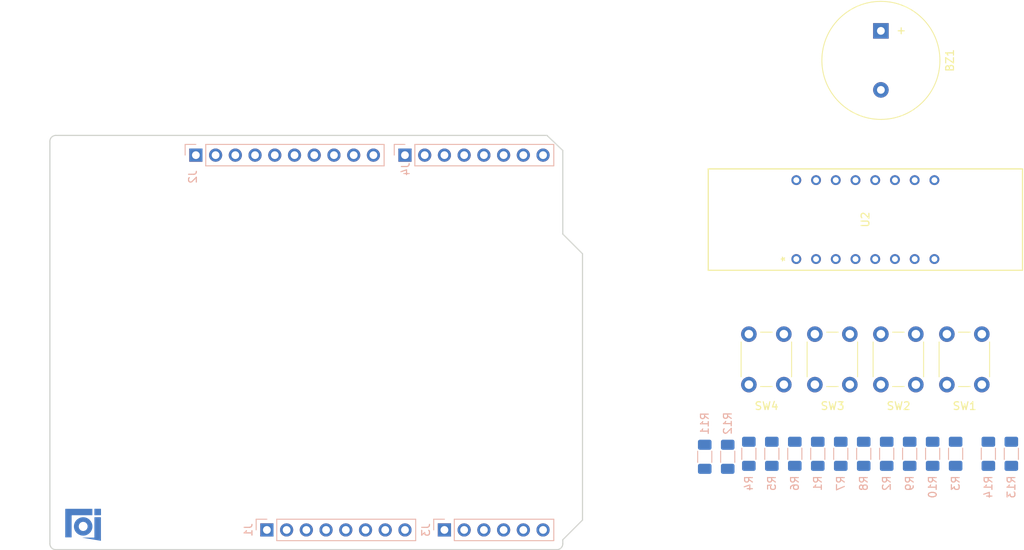
<source format=kicad_pcb>
(kicad_pcb (version 20241229) (generator "pcbnew") (generator_version "9.0")
  (title_block (date "mar. 31 mars 2015"))
  (layers (0 "F.Cu" signal) (2 "B.Cu" signal) (13 "F.Paste" user) (15 "B.Paste" user) (5 "F.SilkS" user "F.Silkscreen") (7 "B.SilkS" user "B.Silkscreen") (1 "F.Mask" user) (3 "B.Mask" user) (25 "Edge.Cuts" user))
  (net 0 "")
  (net 1 "GND")
  (net 3 "+5V")
  (net 4 "/IOREF")
  (net 5 "/A0")
  (net 6 "/A1")
  (net 7 "/A2")
  (net 8 "/A3")
  (net 9 "/SDA{slash}A4")
  (net 10 "/SCL{slash}A5")
  (net 11 "/13")
  (net 12 "/12")
  (net 13 "/AREF")
  (net 14 "/8")
  (net 15 "/7")
  (net 16 "/*11")
  (net 17 "/*10")
  (net 18 "/*9")
  (net 19 "/4")
  (net 20 "/2")
  (net 21 "/*6")
  (net 22 "/*5")
  (net 23 "/TX{slash}1")
  (net 24 "/*3")
  (net 25 "/RX{slash}0")
  (net 27 "/Vin")
  (net 28 "/~{RESET}")
  (net 29 "/8R")
  (net 30 "/*3R")
  (net 31 "/*9R")
  (net 32 "/*11R")
  (net 33 "/*6R")
  (net 34 "/7R")
  (net 35 "/*5R")
  (net 36 "/12R")
  (net 37 "/*10R")
  (net 38 "/4R")
  (net 39 "Net-(R11-Pad1)")
  (net 40 "Net-(R12-Pad1)")
  (net 41 "Net-(R13-Pad1)")
  (net 42 "Net-(R14-Pad1)")
  (net 43 "/SCL{slash}A5{slash}2")
  (net 44 "/SDA{slash}A4{slash}2")
  (net 45 "/GND{slash}2")
  (footprint "Button_Switch_THT:SW_PUSH_6mm" (layer "F.Cu") (at 211.499167 72.25 -90)
    (property "Reference" "SW2" (at 9.25 2.221667 0) (layer "F.SilkS"))
    (property "Value" "SW_Push")
    (fp_line (start 1 5.5) (end 5.5 5.5) (stroke (width 0.12)) (layer "F.SilkS"))
    (fp_line (start 6.75 3) (end 6.75 1.5) (stroke (width 0.12)) (layer "F.SilkS"))
    (fp_line (start -0.25 1.5) (end -0.25 3) (stroke (width 0.12)) (layer "F.SilkS"))
    (fp_line (start 5.5 -1) (end 1 -1) (stroke (width 0.12)) (layer "F.SilkS"))
    (pad "1" thru_hole circle (at 0 0) (size 2 2) (drill 1.1) (layers "*.Cu" "*.Mask") (net 1 "GND"))
    (pad "1" thru_hole circle (at 6.5 0) (size 2 2) (drill 1.1) (layers "*.Cu" "*.Mask") (net 1 "GND"))
    (pad "2" thru_hole circle (at 0 4.5) (size 2 2) (drill 1.1) (layers "*.Cu" "*.Mask") (net 40 "Net-(R12-Pad1)"))
    (pad "2" thru_hole circle (at 6.5 4.5) (size 2 2) (drill 1.1) (layers "*.Cu" "*.Mask") (net 40 "Net-(R12-Pad1)"))
  )
  (footprint "Buzzer_Beeper:Buzzer_15x7.5RM7.6" (layer "F.Cu") (at 207 33.2 -90)
    (property "Reference" "BZ1" (at 3.81 -8.89 90) (layer "F.SilkS"))
    (property "Value" "Buzzer")
    (fp_circle (center 3.8 0) (end 11.4 0) (stroke (width 0.12)) (fill no) (layer "F.SilkS"))
    (fp_text user "+" (at -0.01 -2.54 90) (layer "F.SilkS"))
    (pad "1" thru_hole rect (at 0 0 270) (size 2 2) (drill 1) (layers "*.Cu" "*.Mask") (net 11 "/13"))
    (pad "2" thru_hole circle (at 7.6 0 270) (size 2 2) (drill 1) (layers "*.Cu" "*.Mask") (net 1 "GND"))
  )
  (footprint "Button_Switch_THT:SW_PUSH_6mm" (layer "F.Cu") (at 198.500833 78.75 90)
    (property "Reference" "SW3" (at -2.75 2.276667 0) (layer "F.SilkS"))
    (property "Value" "SW_Push")
    (fp_line (start 5.5 -1) (end 1 -1) (stroke (width 0.12)) (layer "F.SilkS"))
    (fp_line (start -0.25 1.5) (end -0.25 3) (stroke (width 0.12)) (layer "F.SilkS"))
    (fp_line (start 6.75 3) (end 6.75 1.5) (stroke (width 0.12)) (layer "F.SilkS"))
    (fp_line (start 1 5.5) (end 5.5 5.5) (stroke (width 0.12)) (layer "F.SilkS"))
    (pad "1" thru_hole circle (at 0 0 180) (size 2 2) (drill 1.1) (layers "*.Cu" "*.Mask") (net 1 "GND"))
    (pad "1" thru_hole circle (at 6.5 0 180) (size 2 2) (drill 1.1) (layers "*.Cu" "*.Mask") (net 1 "GND"))
    (pad "2" thru_hole circle (at 0 4.5 180) (size 2 2) (drill 1.1) (layers "*.Cu" "*.Mask") (net 41 "Net-(R13-Pad1)"))
    (pad "2" thru_hole circle (at 6.5 4.5 180) (size 2 2) (drill 1.1) (layers "*.Cu" "*.Mask") (net 41 "Net-(R13-Pad1)"))
  )
  (footprint "Arduino_MountingHole:MountingHole_3.2mm" (layer "F.Cu") (at 115.24 49.2)
    (property "Reference" "MH1" (hide yes))
    (property "Value" "MountingHole_3.2mm" (hide yes))
    (pad "" np_thru_hole circle (at 0 0) (size 3.2 3.2) (drill 3.2) (layers "*.Cu" "*.Mask"))
  )
  (footprint "Button_Switch_THT:SW_PUSH_6mm" (layer "F.Cu") (at 215.4975 78.75 90)
    (property "Reference" "SW1" (at -2.75 2.28 180) (layer "F.SilkS"))
    (property "Value" "SW_Push")
    (fp_line (start 5.5 -1) (end 1 -1) (stroke (width 0.12)) (layer "F.SilkS"))
    (fp_line (start -0.25 1.5) (end -0.25 3) (stroke (width 0.12)) (layer "F.SilkS"))
    (fp_line (start 6.75 3) (end 6.75 1.5) (stroke (width 0.12)) (layer "F.SilkS"))
    (fp_line (start 1 5.5) (end 5.5 5.5) (stroke (width 0.12)) (layer "F.SilkS"))
    (pad "1" thru_hole circle (at 0 0 180) (size 2 2) (drill 1.1) (layers "*.Cu" "*.Mask") (net 1 "GND"))
    (pad "1" thru_hole circle (at 6.5 0 180) (size 2 2) (drill 1.1) (layers "*.Cu" "*.Mask") (net 1 "GND"))
    (pad "2" thru_hole circle (at 0 4.5 180) (size 2 2) (drill 1.1) (layers "*.Cu" "*.Mask") (net 39 "Net-(R11-Pad1)"))
    (pad "2" thru_hole circle (at 6.5 4.5 180) (size 2 2) (drill 1.1) (layers "*.Cu" "*.Mask") (net 39 "Net-(R11-Pad1)"))
  )
  (footprint "footprints:TDCG1060M_VIS" (layer "F.Cu") (at 196.11 62.58 90)
    (property "Reference" "U2" (at 5.08 8.89 90) (layer "F.SilkS"))
    (property "Value" "TDCR1050M")
    (fp_line (start 11.6078 -11.3411) (end -1.4478 -11.3411) (stroke (width 0.1524)) (layer "F.SilkS"))
    (fp_line (start -1.4478 -11.3411) (end -1.4478 29.1211) (stroke (width 0.1524)) (layer "F.SilkS"))
    (fp_line (start 11.6078 29.1211) (end 11.6078 -11.3411) (stroke (width 0.1524)) (layer "F.SilkS"))
    (fp_line (start -1.4478 29.1211) (end 11.6078 29.1211) (stroke (width 0.1524)) (layer "F.SilkS"))
    (fp_text user "*" (at 0 -1.397 90) (layer "F.SilkS"))
    (pad "1" thru_hole circle (at 0 0 90) (size 1.27 1.27) (drill 0.762) (layers "*.Cu" "*.Mask") (net 6 "/A1"))
    (pad "2" thru_hole circle (at 0 2.54 90) (size 1.27 1.27) (drill 0.762) (layers "*.Cu" "*.Mask") (net 7 "/A2"))
    (pad "3" thru_hole circle (at 0 5.08 90) (size 1.27 1.27) (drill 0.762) (layers "*.Cu" "*.Mask") (net 31 "/*9R"))
    (pad "4" thru_hole circle (at 0 7.62 90) (size 1.27 1.27) (drill 0.762) (layers "*.Cu" "*.Mask") (net 3 "+5V"))
    (pad "5" thru_hole circle (at 0 10.16 90) (size 1.27 1.27) (drill 0.762) (layers "*.Cu" "*.Mask") (net 33 "/*6R"))
    (pad "6" thru_hole circle (at 0 12.7 90) (size 1.27 1.27) (drill 0.762) (layers "*.Cu" "*.Mask") (net 8 "/A3"))
    (pad "7" thru_hole circle (at 0 15.24 90) (size 1.27 1.27) (drill 0.762) (layers "*.Cu" "*.Mask") (net 30 "/*3R"))
    (pad "8" thru_hole circle (at 0 17.78 90) (size 1.27 1.27) (drill 0.762) (layers "*.Cu" "*.Mask") (net 20 "/2"))
    (pad "9" thru_hole circle (at 10.16 17.78 90) (size 1.27 1.27) (drill 0.762) (layers "*.Cu" "*.Mask") (net 38 "/4R"))
    (pad "10" thru_hole circle (at 10.16 15.24 90) (size 1.27 1.27) (drill 0.762) (layers "*.Cu" "*.Mask") (net 3 "+5V"))
    (pad "11" thru_hole circle (at 10.16 12.7 90) (size 1.27 1.27) (drill 0.762) (layers "*.Cu" "*.Mask") (net 35 "/*5R"))
    (pad "12" thru_hole circle (at 10.16 10.16 90) (size 1.27 1.27) (drill 0.762) (layers "*.Cu" "*.Mask") (net 34 "/7R"))
    (pad "13" thru_hole circle (at 10.16 7.62 90) (size 1.27 1.27) (drill 0.762) (layers "*.Cu" "*.Mask") (net 29 "/8R"))
    (pad "14" thru_hole circle (at 10.16 5.08 90) (size 1.27 1.27) (drill 0.762) (layers "*.Cu" "*.Mask") (net 37 "/*10R"))
    (pad "15" thru_hole circle (at 10.16 2.54 90) (size 1.27 1.27) (drill 0.762) (layers "*.Cu" "*.Mask") (net 32 "/*11R"))
    (pad "16" thru_hole circle (at 10.16 0 90) (size 1.27 1.27) (drill 0.762) (layers "*.Cu" "*.Mask") (net 36 "/12R"))
  )
  (footprint "Arduino_MountingHole:MountingHole_3.2mm" (layer "F.Cu") (at 113.97 97.46)
    (property "Reference" "MH2" (hide yes))
    (property "Value" "MountingHole_3.2mm" (hide yes))
    (pad "" np_thru_hole circle (at 0 0) (size 3.2 3.2) (drill 3.2) (layers "*.Cu" "*.Mask"))
  )
  (footprint "Arduino_MountingHole:MountingHole_3.2mm" (layer "F.Cu") (at 166.04 64.44)
    (property "Reference" "MH3" (hide yes))
    (property "Value" "MountingHole_3.2mm" (hide yes))
    (pad "" np_thru_hole circle (at 0 0) (size 3.2 3.2) (drill 3.2) (layers "*.Cu" "*.Mask"))
  )
  (footprint "Arduino_MountingHole:MountingHole_3.2mm" (layer "F.Cu") (at 166.04 92.38)
    (property "Reference" "MH4" (hide yes))
    (property "Value" "MountingHole_3.2mm" (hide yes))
    (pad "" np_thru_hole circle (at 0 0) (size 3.2 3.2) (drill 3.2) (layers "*.Cu" "*.Mask"))
  )
  (footprint "Button_Switch_THT:SW_PUSH_6mm" (layer "F.Cu") (at 194.5025 72.25 -90)
    (property "Reference" "SW4" (at 9.25 2.225 0) (layer "F.SilkS"))
    (property "Value" "SW_Push")
    (fp_line (start 1 5.5) (end 5.5 5.5) (stroke (width 0.12)) (layer "F.SilkS"))
    (fp_line (start 6.75 3) (end 6.75 1.5) (stroke (width 0.12)) (layer "F.SilkS"))
    (fp_line (start -0.25 1.5) (end -0.25 3) (stroke (width 0.12)) (layer "F.SilkS"))
    (fp_line (start 5.5 -1) (end 1 -1) (stroke (width 0.12)) (layer "F.SilkS"))
    (pad "1" thru_hole circle (at 0 0) (size 2 2) (drill 1.1) (layers "*.Cu" "*.Mask") (net 1 "GND"))
    (pad "1" thru_hole circle (at 6.5 0) (size 2 2) (drill 1.1) (layers "*.Cu" "*.Mask") (net 1 "GND"))
    (pad "2" thru_hole circle (at 0 4.5) (size 2 2) (drill 1.1) (layers "*.Cu" "*.Mask") (net 42 "Net-(R14-Pad1)"))
    (pad "2" thru_hole circle (at 6.5 4.5) (size 2 2) (drill 1.1) (layers "*.Cu" "*.Mask") (net 42 "Net-(R14-Pad1)"))
  )
  (footprint "Connector_PinHeader_2.54mm:PinHeader_1x08_P2.54mm_Vertical" (layer "B.Cu") (at 127.94 97.46 -90)
    (property "Reference" "J1" (at 0 2.38 90) (layer "B.SilkS") (effects (justify mirror)))
    (property "Value" "Power")
    (fp_line (start -1.38 1.38) (end 0 1.38) (stroke (width 0.12)) (layer "B.SilkS"))
    (fp_line (start -1.38 0) (end -1.38 1.38) (stroke (width 0.12)) (layer "B.SilkS"))
    (fp_line (start -1.38 -1.27) (end 1.38 -1.27) (stroke (width 0.12)) (layer "B.SilkS"))
    (fp_line (start -1.38 -1.27) (end -1.38 -19.16) (stroke (width 0.12)) (layer "B.SilkS"))
    (fp_line (start 1.38 -1.27) (end 1.38 -19.16) (stroke (width 0.12)) (layer "B.SilkS"))
    (fp_line (start -1.38 -19.16) (end 1.38 -19.16) (stroke (width 0.12)) (layer "B.SilkS"))
    (pad "1" thru_hole rect (at 0 0 270) (size 1.7 1.7) (drill 1) (layers "*.Cu" "*.Mask"))
    (pad "2" thru_hole circle (at 0 -2.54 270) (size 1.7 1.7) (drill 1) (layers "*.Cu" "*.Mask") (net 4 "/IOREF"))
    (pad "3" thru_hole circle (at 0 -5.08 270) (size 1.7 1.7) (drill 1) (layers "*.Cu" "*.Mask") (net 28 "/~{RESET}"))
    (pad "4" thru_hole circle (at 0 -7.62 270) (size 1.7 1.7) (drill 1) (layers "*.Cu" "*.Mask"))
    (pad "5" thru_hole circle (at 0 -10.16 270) (size 1.7 1.7) (drill 1) (layers "*.Cu" "*.Mask") (net 3 "+5V"))
    (pad "6" thru_hole circle (at 0 -12.7 270) (size 1.7 1.7) (drill 1) (layers "*.Cu" "*.Mask") (net 1 "GND"))
    (pad "7" thru_hole circle (at 0 -15.24 270) (size 1.7 1.7) (drill 1) (layers "*.Cu" "*.Mask") (net 1 "GND"))
    (pad "8" thru_hole circle (at 0 -17.78 270) (size 1.7 1.7) (drill 1) (layers "*.Cu" "*.Mask") (net 27 "/Vin"))
  )
  (footprint "Connector_PinHeader_2.54mm:PinHeader_1x06_P2.54mm_Vertical" (layer "B.Cu") (at 150.8 97.46 -90)
    (property "Reference" "J3" (at 0 2.38 90) (layer "B.SilkS") (effects (justify mirror)))
    (property "Value" "Analog")
    (fp_line (start -1.38 1.38) (end 0 1.38) (stroke (width 0.12)) (layer "B.SilkS"))
    (fp_line (start -1.38 0) (end -1.38 1.38) (stroke (width 0.12)) (layer "B.SilkS"))
    (fp_line (start -1.38 -1.27) (end 1.38 -1.27) (stroke (width 0.12)) (layer "B.SilkS"))
    (fp_line (start -1.38 -1.27) (end -1.38 -14.08) (stroke (width 0.12)) (layer "B.SilkS"))
    (fp_line (start 1.38 -1.27) (end 1.38 -14.08) (stroke (width 0.12)) (layer "B.SilkS"))
    (fp_line (start -1.38 -14.08) (end 1.38 -14.08) (stroke (width 0.12)) (layer "B.SilkS"))
    (pad "1" thru_hole rect (at 0 0 270) (size 1.7 1.7) (drill 1) (layers "*.Cu" "*.Mask") (net 5 "/A0"))
    (pad "2" thru_hole circle (at 0 -2.54 270) (size 1.7 1.7) (drill 1) (layers "*.Cu" "*.Mask") (net 6 "/A1"))
    (pad "3" thru_hole circle (at 0 -5.08 270) (size 1.7 1.7) (drill 1) (layers "*.Cu" "*.Mask") (net 7 "/A2"))
    (pad "4" thru_hole circle (at 0 -7.62 270) (size 1.7 1.7) (drill 1) (layers "*.Cu" "*.Mask") (net 8 "/A3"))
    (pad "5" thru_hole circle (at 0 -10.16 270) (size 1.7 1.7) (drill 1) (layers "*.Cu" "*.Mask") (net 9 "/SDA{slash}A4"))
    (pad "6" thru_hole circle (at 0 -12.7 270) (size 1.7 1.7) (drill 1) (layers "*.Cu" "*.Mask") (net 10 "/SCL{slash}A5"))
  )
  (footprint "Connector_PinHeader_2.54mm:PinHeader_1x10_P2.54mm_Vertical" (layer "B.Cu") (at 118.796 49.2 -90)
    (property "Reference" "J2" (at 2.8 0.396 90) (layer "B.SilkS") (effects (justify mirror)))
    (property "Value" "Digital/PWM")
    (fp_line (start -1.38 1.38) (end 0 1.38) (stroke (width 0.12)) (layer "B.SilkS"))
    (fp_line (start -1.38 0) (end -1.38 1.38) (stroke (width 0.12)) (layer "B.SilkS"))
    (fp_line (start -1.38 -1.27) (end 1.38 -1.27) (stroke (width 0.12)) (layer "B.SilkS"))
    (fp_line (start -1.38 -1.27) (end -1.38 -24.24) (stroke (width 0.12)) (layer "B.SilkS"))
    (fp_line (start 1.38 -1.27) (end 1.38 -24.24) (stroke (width 0.12)) (layer "B.SilkS"))
    (fp_line (start -1.38 -24.24) (end 1.38 -24.24) (stroke (width 0.12)) (layer "B.SilkS"))
    (pad "1" thru_hole rect (at 0 0 270) (size 1.7 1.7) (drill 1) (layers "*.Cu" "*.Mask") (net 43 "/SCL{slash}A5{slash}2"))
    (pad "2" thru_hole circle (at 0 -2.54 270) (size 1.7 1.7) (drill 1) (layers "*.Cu" "*.Mask") (net 44 "/SDA{slash}A4{slash}2"))
    (pad "3" thru_hole circle (at 0 -5.08 270) (size 1.7 1.7) (drill 1) (layers "*.Cu" "*.Mask") (net 13 "/AREF"))
    (pad "4" thru_hole circle (at 0 -7.62 270) (size 1.7 1.7) (drill 1) (layers "*.Cu" "*.Mask") (net 45 "/GND{slash}2"))
    (pad "5" thru_hole circle (at 0 -10.16 270) (size 1.7 1.7) (drill 1) (layers "*.Cu" "*.Mask") (net 11 "/13"))
    (pad "6" thru_hole circle (at 0 -12.7 270) (size 1.7 1.7) (drill 1) (layers "*.Cu" "*.Mask") (net 12 "/12"))
    (pad "7" thru_hole circle (at 0 -15.24 270) (size 1.7 1.7) (drill 1) (layers "*.Cu" "*.Mask") (net 16 "/*11"))
    (pad "8" thru_hole circle (at 0 -17.78 270) (size 1.7 1.7) (drill 1) (layers "*.Cu" "*.Mask") (net 17 "/*10"))
    (pad "9" thru_hole circle (at 0 -20.32 270) (size 1.7 1.7) (drill 1) (layers "*.Cu" "*.Mask") (net 18 "/*9"))
    (pad "10" thru_hole circle (at 0 -22.86 270) (size 1.7 1.7) (drill 1) (layers "*.Cu" "*.Mask") (net 14 "/8"))
  )
  (footprint "Connector_PinHeader_2.54mm:PinHeader_1x08_P2.54mm_Vertical" (layer "B.Cu") (at 145.72 49.2 -90)
    (property "Reference" "J4" (at 1.8 -0.08 90) (layer "B.SilkS") (effects (justify mirror)))
    (property "Value" "Digital/PWM")
    (fp_line (start -1.38 1.38) (end 0 1.38) (stroke (width 0.12)) (layer "B.SilkS"))
    (fp_line (start -1.38 0) (end -1.38 1.38) (stroke (width 0.12)) (layer "B.SilkS"))
    (fp_line (start -1.38 -1.27) (end 1.38 -1.27) (stroke (width 0.12)) (layer "B.SilkS"))
    (fp_line (start -1.38 -1.27) (end -1.38 -19.16) (stroke (width 0.12)) (layer "B.SilkS"))
    (fp_line (start 1.38 -1.27) (end 1.38 -19.16) (stroke (width 0.12)) (layer "B.SilkS"))
    (fp_line (start -1.38 -19.16) (end 1.38 -19.16) (stroke (width 0.12)) (layer "B.SilkS"))
    (pad "1" thru_hole rect (at 0 0 270) (size 1.7 1.7) (drill 1) (layers "*.Cu" "*.Mask") (net 15 "/7"))
    (pad "2" thru_hole circle (at 0 -2.54 270) (size 1.7 1.7) (drill 1) (layers "*.Cu" "*.Mask") (net 21 "/*6"))
    (pad "3" thru_hole circle (at 0 -5.08 270) (size 1.7 1.7) (drill 1) (layers "*.Cu" "*.Mask") (net 22 "/*5"))
    (pad "4" thru_hole circle (at 0 -7.62 270) (size 1.7 1.7) (drill 1) (layers "*.Cu" "*.Mask") (net 19 "/4"))
    (pad "5" thru_hole circle (at 0 -10.16 270) (size 1.7 1.7) (drill 1) (layers "*.Cu" "*.Mask") (net 24 "/*3"))
    (pad "6" thru_hole circle (at 0 -12.7 270) (size 1.7 1.7) (drill 1) (layers "*.Cu" "*.Mask") (net 20 "/2"))
    (pad "7" thru_hole circle (at 0 -15.24 270) (size 1.7 1.7) (drill 1) (layers "*.Cu" "*.Mask") (net 23 "/TX{slash}1"))
    (pad "8" thru_hole circle (at 0 -17.78 270) (size 1.7 1.7) (drill 1) (layers "*.Cu" "*.Mask") (net 25 "/RX{slash}0"))
  )
  (footprint "Resistor_SMD:R_1206_3216Metric_Pad1.30x1.75mm_HandSolder" (layer "B.Cu") (at 216.621232 87.657219 -90)
    (property "Reference" "R3" (at 3.8 0 90) (layer "B.SilkS") (effects (justify mirror)))
    (property "Value" "470R")
    (fp_line (start -0.727064 0.91) (end 0.727064 0.91) (stroke (width 0.12)) (layer "B.SilkS"))
    (fp_line (start -0.727064 -0.91) (end 0.727064 -0.91) (stroke (width 0.12)) (layer "B.SilkS"))
    (pad "1" smd roundrect (at -1.55 0 270) (size 1.3 1.75) (layers "B.Cu" "B.Mask" "B.Paste") (roundrect_rratio 0.192308) (net 24 "/*3"))
    (pad "2" smd roundrect (at 1.55 0 270) (size 1.3 1.75) (layers "B.Cu" "B.Mask" "B.Paste") (roundrect_rratio 0.192308) (net 30 "/*3R"))
  )
  (footprint "Resistor_SMD:R_1206_3216Metric_Pad1.30x1.75mm_HandSolder" (layer "B.Cu") (at 192.954565 87.657219 -90)
    (property "Reference" "R5" (at 3.8 0 90) (layer "B.SilkS") (effects (justify mirror)))
    (property "Value" "470R")
    (fp_line (start -0.727064 0.91) (end 0.727064 0.91) (stroke (width 0.12)) (layer "B.SilkS"))
    (fp_line (start -0.727064 -0.91) (end 0.727064 -0.91) (stroke (width 0.12)) (layer "B.SilkS"))
    (pad "1" smd roundrect (at -1.55 0 270) (size 1.3 1.75) (layers "B.Cu" "B.Mask" "B.Paste") (roundrect_rratio 0.192308) (net 16 "/*11"))
    (pad "2" smd roundrect (at 1.55 0 270) (size 1.3 1.75) (layers "B.Cu" "B.Mask" "B.Paste") (roundrect_rratio 0.192308) (net 32 "/*11R"))
  )
  (footprint "Resistor_SMD:R_1206_3216Metric_Pad1.30x1.75mm_HandSolder" (layer "B.Cu") (at 223.796232 87.657219 90)
    (property "Reference" "R13" (at -4.27619 0 270) (layer "B.SilkS") (effects (justify mirror)))
    (property "Value" "470R")
    (fp_line (start -0.727064 -0.91) (end 0.727064 -0.91) (stroke (width 0.12)) (layer "B.SilkS"))
    (fp_line (start -0.727064 0.91) (end 0.727064 0.91) (stroke (width 0.12)) (layer "B.SilkS"))
    (pad "1" smd roundrect (at -1.55 0 90) (size 1.3 1.75) (layers "B.Cu" "B.Mask" "B.Paste") (roundrect_rratio 0.192308) (net 41 "Net-(R13-Pad1)"))
    (pad "2" smd roundrect (at 1.55 0 90) (size 1.3 1.75) (layers "B.Cu" "B.Mask" "B.Paste") (roundrect_rratio 0.192308) (net 25 "/RX{slash}0"))
  )
  (footprint "Resistor_SMD:R_1206_3216Metric_Pad1.30x1.75mm_HandSolder" (layer "B.Cu") (at 210.704565 87.657219 -90)
    (property "Reference" "R9" (at 3.8 0 90) (layer "B.SilkS") (effects (justify mirror)))
    (property "Value" "470R")
    (fp_line (start -0.727064 0.91) (end 0.727064 0.91) (stroke (width 0.12)) (layer "B.SilkS"))
    (fp_line (start -0.727064 -0.91) (end 0.727064 -0.91) (stroke (width 0.12)) (layer "B.SilkS"))
    (pad "1" smd roundrect (at -1.55 0 270) (size 1.3 1.75) (layers "B.Cu" "B.Mask" "B.Paste") (roundrect_rratio 0.192308) (net 22 "/*5"))
    (pad "2" smd roundrect (at 1.55 0 270) (size 1.3 1.75) (layers "B.Cu" "B.Mask" "B.Paste") (roundrect_rratio 0.192308) (net 35 "/*5R"))
  )
  (footprint "footprints:iot-logo" (layer "B.Cu") (at 104.3 96.8 180)
    (property "Reference" "G***" (hide yes))
    (property "Value" "LOGO" (hide yes))
    (fp_poly (pts (xy -1.793245 2.064995) (xy -1.74525 2.064988) (xy -1.701798 2.064973) (xy -1.662662 2.064947) (xy -1.627614 2.064908) (xy -1.596426 2.064853) (xy -1.56887 2.064781) (xy -1.544717 2.064688) (xy -1.52374 2.064572) (xy -1.50571 2.064431) (xy -1.490401 2.064262) (xy -1.477582 2.064063) (xy -1.467027 2.063831) (xy -1.458508 2.063564) (xy -1.451796 2.06326) (xy -1.446663 2.062915) (xy -1.442882 2.062528) (xy -1.440224 2.062096) (xy -1.438462 2.061616) (xy -1.437366 2.061087) (xy -1.436783 2.060589) (xy -1.433764 2.055459) (xy -1.430969 2.047872) (xy -1.430206 2.044964) (xy -1.429861 2.040978) (xy -1.429538 2.032343) (xy -1.429239 2.01939) (xy -1.428963 2.002451) (xy -1.428711 1.98186) (xy -1.428481 1.957949) (xy -1.428275 1.931049) (xy -1.428093 1.901494) (xy -1.427933 1.869615) (xy -1.427798 1.835745) (xy -1.427686 1.800216) (xy -1.427597 1.763361) (xy -1.427532 1.725511) (xy -1.427491 1.687) (xy -1.427474 1.64816) (xy -1.42748 1.609323) (xy -1.42751 1.570821) (xy -1.427564 1.532987) (xy -1.427642 1.496153) (xy -1.427744 1.460652) (xy -1.427869 1.426815) (xy -1.428019 1.394975) (xy -1.428193 1.365465) (xy -1.428391 1.338617) (xy -1.428613 1.314762) (xy -1.42886 1.294235) (xy -1.42913 1.277366) (xy -1.429425 1.264489) (xy -1.429744 1.255935) (xy -1.430088 1.252037) (xy -1.430101 1.251989) (xy -1.433584 1.244337) (xy -1.438637 1.23806) (xy -1.439174 1.237614) (xy -1.440067 1.236945) (xy -1.44112 1.236336) (xy -1.442564 1.235787) (xy -1.444631 1.235293) (xy -1.447555 1.234851) (xy -1.451566 1.23446) (xy -1.456898 1.234116) (xy -1.463782 1.233817) (xy -1.47245 1.233559) (xy -1.483136 1.23334) (xy -1.496071 1.233157) (xy -1.511487 1.233007) (xy -1.529617 1.232888) (xy -1.550693 1.232796) (xy -1.574947 1.232729) (xy -1.602611 1.232684) (xy -1.633917 1.232659) (xy -1.669098 1.232649) (xy -1.708386 1.232654) (xy -1.752014 1.232669) (xy -1.800212 1.232692) (xy -1.844713 1.232715) (xy -1.889081 1.232751) (xy -1.932143 1.232809) (xy -1.973628 1.232887) (xy -2.013265 1.232984) (xy -2.050783 1.233099) (xy -2.085913 1.23323) (xy -2.118384 1.233376) (xy -2.147925 1.233536) (xy -2.174266 1.233708) (xy -2.197136 1.23389) (xy -2.216265 1.234081) (xy -2.231383 1.23428) (xy -2.242218 1.234486) (xy -2.2485 1.234697) (xy -2.250017 1.234836) (xy -2.263008 1.240286) (xy -2.271825 1.247641) (xy -2.275855 1.254203) (xy -2.276423 1.255714) (xy -2.276938 1.257736) (xy -2.277401 1.260506) (xy -2.277814 1.264261) (xy -2.278181 1.269235) (xy -2.278502 1.275667) (xy -2.278779 1.28379) (xy -2.279016 1.293843) (xy -2.279214 1.30606) (xy -2.279376 1.320677) (xy -2.279502 1.337932) (xy -2.279597 1.358061) (xy -2.279661 1.381298) (xy -2.279696 1.407881) (xy -2.279706 1.438045) (xy -2.279692 1.472027) (xy -2.279656 1.510062) (xy -2.2796 1.552388) (xy -2.279526 1.599239) (xy -2.279438 1.650853) (xy -2.279437 1.65125) (xy -2.279345 1.702706) (xy -2.279258 1.749399) (xy -2.279172 1.791566) (xy -2.279085 1.829444) (xy -2.278992 1.863271) (xy -2.27889 1.893284) (xy -2.278775 1.91972) (xy -2.278645 1.942816) (xy -2.278496 1.962808) (xy -2.278323 1.979936) (xy -2.278125 1.994434) (xy -2.277897 2.006542) (xy -2.277635 2.016495) (xy -2.277338 2.024531) (xy -2.277 2.030887) (xy -2.276619 2.0358) (xy -2.27619 2.039507) (xy -2.275712 2.042246) (xy -2.275179 2.044254) (xy -2.27459 2.045767) (xy -2.273939 2.047024) (xy -2.273665 2.0475) (xy -2.26798 2.054528) (xy -2.260798 2.060146) (xy -2.259915 2.060622) (xy -2.258577 2.061191) (xy -2.256772 2.061709) (xy -2.25427 2.062179) (xy -2.250841 2.062601) (xy -2.246254 2.062979) (xy -2.240278 2.063315) (xy -2.232683 2.063612) (xy -2.223239 2.063872) (xy -2.211715 2.064097) (xy -2.19788 2.064291) (xy -2.181503 2.064454) (xy -2.162355 2.064591) (xy -2.140205 2.064702) (xy -2.114822 2.064792) (xy -2.085976 2.064861) (xy -2.053435 2.064913) (xy -2.016971 2.06495) (xy -1.976351 2.064975) (xy -1.931346 2.064989) (xy -1.881726 2.064995) (xy -1.846013 2.064997)) (fill yes) (layer "B.Cu"))
    (fp_poly (pts (xy -2.01331 0.98221) (xy -1.971656 0.98215) (xy -1.925587 0.982072) (xy -1.874878 0.981982) (xy -1.84277 0.981927) (xy -1.44179 0.98125) (xy -1.43652 0.974192) (xy -1.43125 0.967134) (xy -1.43 -0.325808) (xy -1.429907 -0.421948) (xy -1.429817 -0.513216) (xy -1.42973 -0.599738) (xy -1.429645 -0.681642) (xy -1.429561 -0.759056) (xy -1.429479 -0.832105) (xy -1.429397 -0.900918) (xy -1.429316 -0.965622) (xy -1.429234 -1.026343) (xy -1.42915 -1.083211) (xy -1.429066 -1.13635) (xy -1.428979 -1.18589) (xy -1.428889 -1.231957) (xy -1.428796 -1.274678) (xy -1.428699 -1.31418) (xy -1.428598 -1.350592) (xy -1.428491 -1.384039) (xy -1.42838 -1.41465) (xy -1.428262 -1.442552) (xy -1.428137 -1.467871) (xy -1.428006 -1.490736) (xy -1.427866 -1.511273) (xy -1.427719 -1.52961) (xy -1.427562 -1.545873) (xy -1.427397 -1.560191) (xy -1.427221 -1.57269) (xy -1.427035 -1.583498) (xy -1.426837 -1.592742) (xy -1.426628 -1.600549) (xy -1.426407 -1.607047) (xy -1.426173 -1.612362) (xy -1.425926 -1.616622) (xy -1.425665 -1.619955) (xy -1.42539 -1.622487) (xy -1.4251 -1.624346) (xy -1.424794 -1.625658) (xy -1.424472 -1.626552) (xy -1.424333 -1.626832) (xy -1.419318 -1.633575) (xy -1.412199 -1.638513) (xy -1.402132 -1.642007) (xy -1.388275 -1.64442) (xy -1.381567 -1.645155) (xy -1.377191 -1.645339) (xy -1.368016 -1.645518) (xy -1.354244 -1.645693) (xy -1.336075 -1.645864) (xy -1.313711 -1.646029) (xy -1.287353 -1.646188) (xy -1.257202 -1.64634) (xy -1.223459 -1.646484) (xy -1.186327 -1.646621) (xy -1.146005 -1.64675) (xy -1.102695 -1.646869) (xy -1.056598 -1.646979) (xy -1.007916 -1.647078) (xy -0.956849 -1.647166) (xy -0.903599 -1.647243) (xy -0.848367 -1.647308) (xy -0.791354 -1.647359) (xy -0.732762 -1.647398) (xy -0.672792 -1.647423) (xy -0.624375 -1.647432) (xy 0.11 -1.6475) (xy 0.109992 -1.653125) (xy 0.109905 -1.653919) (xy 0.109486 -1.654694) (xy 0.108496 -1.655494) (xy 0.106696 -1.656364) (xy 0.103848 -1.657349) (xy 0.099712 -1.658492) (xy 0.094049 -1.659839) (xy 0.086621 -1.661433) (xy 0.077189 -1.66332) (xy 0.065513 -1.665543) (xy 0.051355 -1.668147) (xy 0.034476 -1.671177) (xy 0.014637 -1.674677) (xy -0.008402 -1.678692) (xy -0.034878 -1.683265) (xy -0.065031 -1.688442) (xy -0.0991 -1.694267) (xy -0.137323 -1.700785) (xy -0.179941 -1.708039) (xy -0.227191 -1.716074) (xy -0.239383 -1.718147) (xy -0.265254 -1.722546) (xy -0.294878 -1.727584) (xy -0.328051 -1.733227) (xy -0.364573 -1.739439) (xy -0.404241 -1.746187) (xy -0.446853 -1.753437) (xy -0.492208 -1.761154) (xy -0.540103 -1.769304) (xy -0.590337 -1.777851) (xy -0.642708 -1.786763) (xy -0.697014 -1.796005) (xy -0.753052 -1.805541) (xy -0.810622 -1.815339) (xy -0.869521 -1.825362) (xy -0.929547 -1.835578) (xy -0.990499 -1.845952) (xy -1.052174 -1.856449) (xy -1.11437 -1.867035) (xy -1.176886 -1.877676) (xy -1.239521 -1.888337) (xy -1.30207 -1.898984) (xy -1.364334 -1.909583) (xy -1.42611 -1.920098) (xy -1.487197 -1.930497) (xy -1.547391 -1.940744) (xy -1.606492 -1.950805) (xy -1.664298 -1.960645) (xy -1.720606 -1.970231) (xy -1.775215 -1.979528) (xy -1.827922 -1.988502) (xy -1.878527 -1.997118) (xy -1.926827 -2.005341) (xy -1.972619 -2.013139) (xy -2.015703 -2.020475) (xy -2.055877 -2.027316) (xy -2.092937 -2.033628) (xy -2.126684 -2.039375) (xy -2.156914 -2.044524) (xy -2.183425 -2.049041) (xy -2.206017 -2.05289) (xy -2.224486 -2.056038) (xy -2.238632 -2.058451) (xy -2.248252 -2.060093) (xy -2.253138 -2.060929) (xy -2.272525 -2.064268) (xy -2.271888 -0.551509) (xy -2.271842 -0.445802) (xy -2.271796 -0.344983) (xy -2.271748 -0.248943) (xy -2.2717 -0.157568) (xy -2.27165 -0.070749) (xy -2.271598 0.011626) (xy -2.271544 0.089669) (xy -2.271488 0.16349) (xy -2.271429 0.233201) (xy -2.271366 0.298913) (xy -2.271301 0.360737) (xy -2.271232 0.418785) (xy -2.271159 0.473167) (xy -2.271082 0.523996) (xy -2.271 0.571381) (xy -2.270913 0.615435) (xy -2.270821 0.656268) (xy -2.270724 0.693992) (xy -2.270621 0.728718) (xy -2.270512 0.760558) (xy -2.270397 0.789621) (xy -2.270275 0.816021) (xy -2.270146 0.839867) (xy -2.270009 0.861272) (xy -2.269865 0.880346) (xy -2.269714 0.8972) (xy -2.269554 0.911946) (xy -2.269386 0.924695) (xy -2.269208 0.935559) (xy -2.269022 0.944648) (xy -2.268827 0.952073) (xy -2.268621 0.957947) (xy -2.268406 0.96238) (xy -2.268181 0.965483) (xy -2.267944 0.967367) (xy -2.267754 0.968061) (xy -2.266881 0.96993) (xy -2.266118 0.971632) (xy -2.265238 0.973175) (xy -2.264017 0.974566) (xy -2.262226 0.975813) (xy -2.259641 0.976923) (xy -2.256035 0.977904) (xy -2.251182 0.978762) (xy -2.244855 0.979505) (xy -2.236829 0.980141) (xy -2.226876 0.980676) (xy -2.214772 0.981119) (xy -2.200289 0.981477) (xy -2.183201 0.981756) (xy -2.163283 0.981965) (xy -2.140307 0.982111) (xy -2.114048 0.982201) (xy -2.08428 0.982243) (xy -2.050776 0.982243)) (fill yes) (layer "B.Cu"))
    (fp_poly (pts (xy 0.042857 0.97367) (xy 0.066716 0.973385) (xy 0.087577 0.972831) (xy 0.106438 0.971943) (xy 0.1243 0.970655) (xy 0.142163 0.968902) (xy 0.161025 0.96662) (xy 0.181887 0.963743) (xy 0.1925 0.962191) (xy 0.26634 0.948783) (xy 0.339187 0.930653) (xy 0.410753 0.907955) (xy 0.480752 0.880843) (xy 0.548895 0.84947) (xy 0.614896 0.813989) (xy 0.678467 0.774554) (xy 0.739321 0.731319) (xy 0.79717 0.684437) (xy 0.851727 0.634061) (xy 0.898552 0.585) (xy 0.94199 0.534244) (xy 0.981173 0.483365) (xy 1.016772 0.431385) (xy 1.049457 0.377323) (xy 1.0799 0.3202) (xy 1.079994 0.320012) (xy 1.112263 0.250046) (xy 1.139791 0.178585) (xy 1.162545 0.10581) (xy 1.180496 0.0319) (xy 1.193613 -0.042964) (xy 1.201864 -0.118604) (xy 1.205219 -0.194837) (xy 1.203647 -0.271486) (xy 1.197117 -0.348368) (xy 1.196012 -0.3575) (xy 1.184333 -0.431121) (xy 1.167873 -0.50389) (xy 1.146781 -0.575515) (xy 1.121208 -0.64571) (xy 1.091305 -0.714184) (xy 1.057223 -0.780649) (xy 1.019112 -0.844815) (xy 0.977123 -0.906395) (xy 0.931406 -0.965098) (xy 0.882112 -1.020636) (xy 0.829392 -1.07272) (xy 0.8175 -1.083552) (xy 0.767639 -1.126272) (xy 0.717751 -1.164815) (xy 0.666787 -1.199896) (xy 0.613696 -1.232234) (xy 0.55743 -1.262544) (xy 0.55 -1.266287) (xy 0.486531 -1.295915) (xy 0.42283 -1.321349) (xy 0.358177 -1.3428) (xy 0.291853 -1.36048) (xy 0.223138 -1.374603) (xy 0.151312 -1.385379) (xy 0.1425 -1.386451) (xy 0.13232 -1.387381) (xy 0.118207 -1.388271) (xy 0.10097 -1.389103) (xy 0.081419 -1.38986) (xy 0.060364 -1.390522) (xy 0.038615 -1.391073) (xy 0.016982 -1.391494) (xy -0.003725 -1.391766) (xy -0.022697 -1.391872) (xy -0.039123 -1.391794) (xy -0.052194 -1.391513) (xy -0.061099 -1.391013) (xy -0.06125 -1.390998) (xy -0.067842 -1.39037) (xy -0.07792 -1.389421) (xy -0.089994 -1.388291) (xy -0.1 -1.38736) (xy -0.174334 -1.377964) (xy -0.248128 -1.363704) (xy -0.321055 -1.344715) (xy -0.392788 -1.321127) (xy -0.463 -1.293073) (xy -0.531366 -1.260686) (xy -0.597557 -1.224098) (xy -0.661247 -1.183441) (xy -0.722109 -1.138848) (xy -0.73125 -1.131607) (xy -0.789891 -1.081504) (xy -0.844833 -1.028073) (xy -0.895976 -0.971458) (xy -0.94322 -0.911801) (xy -0.986465 -0.849245) (xy -1.025611 -0.783934) (xy -1.060559 -0.71601) (xy -1.091208 -0.645618) (xy -1.113873 -0.58375) (xy -1.13528 -0.513252) (xy -1.151967 -0.443106) (xy -1.16405 -0.372601) (xy -1.171644 -0.301026) (xy -1.174865 -0.227672) (xy -1.175 -0.20875) (xy -1.174959 -0.207467) (xy -0.555857 -0.207467) (xy -0.555665 -0.228703) (xy -0.555086 -0.248695) (xy -0.554121 -0.266197) (xy -0.55277 -0.279965) (xy -0.552765 -0.28) (xy -0.542888 -0.33566) (xy -0.528586 -0.389179) (xy -0.509937 -0.440416) (xy -0.487021 -0.489225) (xy -0.459917 -0.535465) (xy -0.428702 -0.578993) (xy -0.393456 -0.619665) (xy -0.354257 -0.657338) (xy -0.336971 -0.671958) (xy -0.297127 -0.701325) (xy -0.254084 -0.727295) (xy -0.208553 -0.749565) (xy -0.161248 -0.76783) (xy -0.112881 -0.781787) (xy -0.064164 -0.791129) (xy -0.055 -0.792348) (xy -0.043512 -0.793722) (xy -0.032389 -0.794973) (xy -0.023725 -0.795869) (xy -0.0225 -0.795983) (xy -0.011532 -0.796509) (xy 0.003141 -0.796565) (xy 0.020248 -0.796205) (xy 0.038521 -0.795484) (xy 0.056692 -0.794454) (xy 0.073491 -0.793171) (xy 0.08765 -0.791688) (xy 0.0919 -0.791109) (xy 0.142698 -0.781162) (xy 0.192446 -0.766613) (xy 0.240624 -0.747688) (xy 0.286713 -0.724615) (xy 0.33019 -0.697622) (xy 0.36447 -0.671958) (xy 0.405274 -0.635562) (xy 0.442159 -0.596109) (xy 0.475045 -0.553741) (xy 0.503853 -0.508601) (xy 0.528505 -0.460833) (xy 0.548921 -0.41058) (xy 0.565024 -0.357984) (xy 0.576735 -0.303189) (xy 0.580264 -0.28) (xy 0.581617 -0.266246) (xy 0.582583 -0.248753) (xy 0.583163 -0.228766) (xy 0.583356 -0.207532) (xy 0.583164 -0.186296) (xy 0.582585 -0.166304) (xy 0.58162 -0.148802) (xy 0.580269 -0.135034) (xy 0.580264 -0.135) (xy 0.57048 -0.079876) (xy 0.556337 -0.026818) (xy 0.537969 0.023982) (xy 0.515512 0.072329) (xy 0.489103 0.118029) (xy 0.458876 0.160887) (xy 0.424969 0.20071) (xy 0.387515 0.237303) (xy 0.346652 0.270472) (xy 0.302514 0.300022) (xy 0.25989 0.32347) (xy 0.214078 0.343987) (xy 0.168232 0.35982) (xy 0.121637 0.371135) (xy 0.073583 0.378099) (xy 0.023357 0.380879) (xy 0.01375 0.380947) (xy -0.036958 0.378926) (xy -0.085361 0.37275) (xy -0.132172 0.362254) (xy -0.178104 0.347271) (xy -0.223868 0.327635) (xy -0.232391 0.32347) (xy -0.279373 0.297359) (xy -0.323203 0.267454) (xy -0.363746 0.23395) (xy -0.400866 0.19704) (xy -0.434428 0.156918) (xy -0.464296 0.11378) (xy -0.490333 0.067818) (xy -0.512404 0.019229) (xy -0.530374 -0.031796) (xy -0.544107 -0.08506) (xy -0.552765 -0.135) (xy -0.554118 -0.148753) (xy -0.555084 -0.166246) (xy -0.555664 -0.186233) (xy -0.555857 -0.207467) (xy -1.174959 -0.207467) (xy -1.172536 -0.132107) (xy -1.165203 -0.056308) (xy -1.153089 0.01845) (xy -1.136284 0.09197) (xy -1.114876 0.164053) (xy -1.088955 0.234502) (xy -1.05861 0.303118) (xy -1.023929 0.369705) (xy -0.985002 0.434064) (xy -0.941917 0.495997) (xy -0.894763 0.555306) (xy -0.84363 0.611794) (xy -0.788605 0.665263) (xy -0.7775 0.675258) (xy -0.719615 0.723395) (xy -0.658531 0.767827) (xy -0.59459 0.808384) (xy -0.528132 0.844892) (xy -0.459499 0.877178) (xy -0.389032 0.905071) (xy -0.317074 0.928396) (xy -0.243964 0.946983) (xy -0.237492 0.948385) (xy -0.2033 0.955358) (xy -0.171788 0.961018) (xy -0.141826 0.965477) (xy -0.112284 0.968849) (xy -0.082034 0.971248) (xy -0.049946 0.972787) (xy -0.014892 0.973578) (xy 0.015 0.97375)) (fill yes) (layer "B.Cu"))
    (fp_poly (pts (xy 0.673464 2.060003) (xy 0.765117 2.059997) (xy 0.855414 2.059988) (xy 0.944227 2.059975) (xy 1.031429 2.059959) (xy 1.116892 2.059939) (xy 1.200489 2.059915) (xy 1.282092 2.059888) (xy 1.361573 2.059858) (xy 1.438805 2.059825) (xy 1.513661 2.059789) (xy 1.586013 2.05975) (xy 1.655734 2.059708) (xy 1.722695 2.059663) (xy 1.78677 2.059616) (xy 1.84783 2.059566) (xy 1.905749 2.059514) (xy 1.960398 2.05946) (xy 2.011651 2.059403) (xy 2.059379 2.059344) (xy 2.103455 2.059283) (xy 2.143753 2.059221) (xy 2.180143 2.059156) (xy 2.212498 2.05909) (xy 2.240692 2.059022) (xy 2.264596 2.058953) (xy 2.284083 2.058882) (xy 2.299025 2.05881) (xy 2.309296 2.058737) (xy 2.314766 2.058663) (xy 2.315688 2.05862) (xy 2.31635 2.058469) (xy 2.316984 2.058464) (xy 2.31759 2.058498) (xy 2.318169 2.058465) (xy 2.318722 2.058259) (xy 2.31925 2.057773) (xy 2.319752 2.056899) (xy 2.320231 2.055533) (xy 2.320686 2.053567) (xy 2.321118 2.050894) (xy 2.321528 2.047408) (xy 2.321916 2.043003) (xy 2.322284 2.037573) (xy 2.322631 2.031009) (xy 2.322959 2.023207) (xy 2.323269 2.014059) (xy 2.32356 2.003458) (xy 2.323834 1.9913) (xy 2.324092 1.977476) (xy 2.324333 1.96188) (xy 2.324559 1.944406) (xy 2.324771 1.924947) (xy 2.324969 1.903396) (xy 2.325153 1.879648) (xy 2.325325 1.853595) (xy 2.325485 1.825132) (xy 2.325634 1.79415) (xy 2.325773 1.760545) (xy 2.325901 1.724209) (xy 2.326021 1.685036) (xy 2.326132 1.642919) (xy 2.326235 1.597752) (xy 2.326332 1.549428) (xy 2.326422 1.49784) (xy 2.326506 1.442883) (xy 2.326585 1.38445) (xy 2.32666 1.322433) (xy 2.326732 1.256727) (xy 2.3268 1.187225) (xy 2.326867 1.11382) (xy 2.326931 1.036406) (xy 2.326995 0.954876) (xy 2.327059 0.869125) (xy 2.327123 0.779044) (xy 2.327188 0.684528) (xy 2.327256 0.58547) (xy 2.327325 0.481764) (xy 2.327399 0.373303) (xy 2.327476 0.259981) (xy 2.3275 0.225) (xy 2.327562 0.129762) (xy 2.327619 0.035737) (xy 2.327669 -0.056947) (xy 2.327714 -0.148167) (xy 2.327752 -0.237797) (xy 2.327785 -0.325714) (xy 2.327812 -0.411791) (xy 2.327832 -0.495904) (xy 2.327847 -0.577929) (xy 2.327857 -0.657741) (xy 2.32786 -0.735214) (xy 2.327858 -0.810224) (xy 2.32785 -0.882646) (xy 2.327837 -0.952355) (xy 2.327818 -1.019227) (xy 2.327794 -1.083136) (xy 2.327765 -1.143958) (xy 2.32773 -1.201568) (xy 2.327689 -1.255841) (xy 2.327644 -1.306652) (xy 2.327593 -1.353877) (xy 2.327537 -1.39739) (xy 2.327476 -1.437067) (xy 2.32741 -1.472784) (xy 2.327339 -1.504414) (xy 2.327263 -1.531834) (xy 2.327182 -1.554918) (xy 2.327097 -1.573541) (xy 2.327006 -1.58758) (xy 2.326911 -1.596909) (xy 2.326811 -1.601403) (xy 2.326777 -1.601801) (xy 2.32641 -1.603847) (xy 2.326207 -1.605707) (xy 2.325941 -1.607392) (xy 2.325385 -1.608909) (xy 2.324312 -1.610268) (xy 2.322495 -1.611475) (xy 2.319707 -1.612542) (xy 2.315721 -1.613475) (xy 2.310311 -1.614283) (xy 2.303248 -1.614976) (xy 2.294308 -1.615562) (xy 2.283262 -1.616049) (xy 2.269883 -1.616445) (xy 2.253945 -1.616761) (xy 2.235221 -1.617004) (xy 2.213484 -1.617182) (xy 2.188507 -1.617305) (xy 2.160062 -1.617382) (xy 2.127923 -1.617419) (xy 2.091864 -1.617428) (xy 2.051657 -1.617415) (xy 2.007075 -1.617389) (xy 1.957891 -1.61736) (xy 1.917568 -1.617341) (xy 1.873369 -1.61731) (xy 1.830487 -1.617253) (xy 1.789194 -1.617173) (xy 1.749759 -1.617071) (xy 1.712453 -1.616948) (xy 1.677547 -1.616805) (xy 1.645311 -1.616646) (xy 1.616017 -1.61647) (xy 1.589934 -1.61628) (xy 1.567334 -1.616077) (xy 1.548487 -1.615863) (xy 1.533664 -1.615639) (xy 1.523135 -1.615407) (xy 1.517171 -1.615168) (xy 1.515892 -1.615021) (xy 1.51035 -1.611309) (xy 1.506517 -1.607123) (xy 1.506228 -1.606436) (xy 1.505953 -1.605141) (xy 1.505692 -1.603115) (xy 1.505444 -1.600239) (xy 1.505209 -1.596392) (xy 1.504987 -1.59145) (xy 1.504777 -1.585295) (xy 1.50458 -1.577805) (xy 1.504394 -1.568858) (xy 1.504219 -1.558333) (xy 1.504055 -1.54611) (xy 1.503902 -1.532067) (xy 1.503759 -1.516083) (xy 1.503626 -1.498037) (xy 1.503502 -1.477808) (xy 1.503388 -1.455274) (xy 1.503282 -1.430315) (xy 1.503186 -1.40281) (xy 1.503097 -1.372637) (xy 1.503016 -1.339675) (xy 1.502942 -1.303803) (xy 1.502876 -1.264901) (xy 1.502817 -1.222846) (xy 1.502763 -1.177518) (xy 1.502716 -1.128795) (xy 1.502675 -1.076557) (xy 1.502639 -1.020683) (xy 1.502608 -0.96105) (xy 1.502582 -0.897539) (xy 1.50256 -0.830028) (xy 1.502542 -0.758396) (xy 1.502528 -0.682522) (xy 1.502517 -0.602284) (xy 1.502509 -0.517562) (xy 1.502504 -0.428234) (xy 1.502501 -0.33418) (xy 1.5025 -0.235277) (xy 1.5025 -0.209108) (xy 1.502497 -0.103354) (xy 1.502489 -0.002509) (xy 1.502476 0.093516) (xy 1.502457 0.18481) (xy 1.502433 0.271463) (xy 1.502402 0.353567) (xy 1.502365 0.431209) (xy 1.502322 0.504481) (xy 1.502273 0.573472) (xy 1.502216 0.638272) (xy 1.502153 0.698971) (xy 1.502083 0.755659) (xy 1.502005 0.808426) (xy 1.50192 0.857361) (xy 1.501827 0.902555) (xy 1.501726 0.944098) (xy 1.501618 0.982079) (xy 1.501501 1.016588) (xy 1.501376 1.047715) (xy 1.501242 1.07555) (xy 1.501099 1.100183) (xy 1.500948 1.121704) (xy 1.500787 1.140203) (xy 1.500617 1.155769) (xy 1.500438 1.168493) (xy 1.500248 1.178465) (xy 1.500049 1.185773) (xy 1.49984 1.190509) (xy 1.499621 1.192762) (xy 1.499593 1.19287) (xy 1.493532 1.204795) (xy 1.483268 1.215326) (xy 1.469552 1.223741) (xy 1.465709 1.225414) (xy 1.45125 1.23125) (xy 0.147769 1.2325) (xy -1.155711 1.23375) (xy -1.160981 1.240808) (xy -1.16625 1.247866) (xy -1.166906 1.640427) (xy -1.16699 1.699747) (xy -1.167037 1.754125) (xy -1.167044 1.803618) (xy -1.167014 1.848286) (xy -1.166944 1.888185) (xy -1.166835 1.923375) (xy -1.166686 1.953912) (xy -1.166498 1.979855) (xy -1.16627 2.001262) (xy -1.166001 2.018191) (xy -1.165692 2.030699) (xy -1.165341 2.038844) (xy -1.16495 2.042686) (xy -1.164933 2.042751) (xy -1.161822 2.05004) (xy -1.157501 2.055567) (xy -1.156597 2.056254) (xy -1.155836 2.056497) (xy -1.154239 2.056729) (xy -1.1517 2.056951) (xy -1.148113 2.057163) (xy -1.143369 2.057365) (xy -1.137363 2.057557) (xy -1.129987 2.05774) (xy -1.121136 2.057914) (xy -1.110701 2.058079) (xy -1.098577 2.058235) (xy -1.084656 2.058383) (xy -1.068832 2.058522) (xy -1.050998 2.058653) (xy -1.031047 2.058777) (xy -1.008873 2.058893) (xy -0.984368 2.059001) (xy -0.957426 2.059103) (xy -0.92794 2.059197) (xy -0.895803 2.059285) (xy -0.860909 2.059367) (xy -0.82315 2.059442) (xy -0.782421 2.059511) (xy -0.738613 2.059575) (xy -0.691621 2.059633) (xy -0.641338 2.059686) (xy -0.587656 2.059734) (xy -0.530469 2.059777) (xy -0.469671 2.059815) (xy -0.405154 2.05985) (xy -0.336811 2.05988) (xy -0.264537 2.059906) (xy -0.188224 2.059928) (xy -0.107765 2.059947) (xy -0.023053 2.059963) (xy 0.066018 2.059976) (xy 0.159554 2.059986) (xy 0.257664 2.059994) (xy 0.360453 2.059999) (xy 0.468028 2.060003) (xy 0.580497 2.060004) (xy 0.580582 2.060004)) (fill yes) (layer "B.Cu"))
  )
  (footprint "Resistor_SMD:R_1206_3216Metric_Pad1.30x1.75mm_HandSolder" (layer "B.Cu") (at 204.787899 87.657219 -90)
    (property "Reference" "R8" (at 3.8 0 90) (layer "B.SilkS") (effects (justify mirror)))
    (property "Value" "470R")
    (fp_line (start -0.727064 0.91) (end 0.727064 0.91) (stroke (width 0.12)) (layer "B.SilkS"))
    (fp_line (start -0.727064 -0.91) (end 0.727064 -0.91) (stroke (width 0.12)) (layer "B.SilkS"))
    (pad "1" smd roundrect (at -1.55 0 270) (size 1.3 1.75) (layers "B.Cu" "B.Mask" "B.Paste") (roundrect_rratio 0.192308) (net 15 "/7"))
    (pad "2" smd roundrect (at 1.55 0 270) (size 1.3 1.75) (layers "B.Cu" "B.Mask" "B.Paste") (roundrect_rratio 0.192308) (net 34 "/7R"))
  )
  (footprint "Resistor_SMD:R_1206_3216Metric_Pad1.30x1.75mm_HandSolder" (layer "B.Cu") (at 187.275751 88.041053 -90)
    (property "Reference" "R12" (at -4.3 0 90) (layer "B.SilkS") (effects (justify mirror)))
    (property "Value" "470R")
    (fp_line (start -0.727064 0.91) (end 0.727064 0.91) (stroke (width 0.12)) (layer "B.SilkS"))
    (fp_line (start -0.727064 -0.91) (end 0.727064 -0.91) (stroke (width 0.12)) (layer "B.SilkS"))
    (pad "1" smd roundrect (at -1.55 0 270) (size 1.3 1.75) (layers "B.Cu" "B.Mask" "B.Paste") (roundrect_rratio 0.192308) (net 40 "Net-(R12-Pad1)"))
    (pad "2" smd roundrect (at 1.55 0 270) (size 1.3 1.75) (layers "B.Cu" "B.Mask" "B.Paste") (roundrect_rratio 0.192308) (net 10 "/SCL{slash}A5"))
  )
  (footprint "Resistor_SMD:R_1206_3216Metric_Pad1.30x1.75mm_HandSolder" (layer "B.Cu") (at 195.912899 87.657219 -90)
    (property "Reference" "R6" (at 3.8 0 90) (layer "B.SilkS") (effects (justify mirror)))
    (property "Value" "470R")
    (fp_line (start -0.727064 0.91) (end 0.727064 0.91) (stroke (width 0.12)) (layer "B.SilkS"))
    (fp_line (start -0.727064 -0.91) (end 0.727064 -0.91) (stroke (width 0.12)) (layer "B.SilkS"))
    (pad "1" smd roundrect (at -1.55 0 270) (size 1.3 1.75) (layers "B.Cu" "B.Mask" "B.Paste") (roundrect_rratio 0.192308) (net 17 "/*10"))
    (pad "2" smd roundrect (at 1.55 0 270) (size 1.3 1.75) (layers "B.Cu" "B.Mask" "B.Paste") (roundrect_rratio 0.192308) (net 37 "/*10R"))
  )
  (footprint "Resistor_SMD:R_1206_3216Metric_Pad1.30x1.75mm_HandSolder" (layer "B.Cu") (at 213.662899 87.657219 -90)
    (property "Reference" "R10" (at 4.27619 0 90) (layer "B.SilkS") (effects (justify mirror)))
    (property "Value" "470R")
    (fp_line (start -0.727064 0.91) (end 0.727064 0.91) (stroke (width 0.12)) (layer "B.SilkS"))
    (fp_line (start -0.727064 -0.91) (end 0.727064 -0.91) (stroke (width 0.12)) (layer "B.SilkS"))
    (pad "1" smd roundrect (at -1.55 0 270) (size 1.3 1.75) (layers "B.Cu" "B.Mask" "B.Paste") (roundrect_rratio 0.192308) (net 19 "/4"))
    (pad "2" smd roundrect (at 1.55 0 270) (size 1.3 1.75) (layers "B.Cu" "B.Mask" "B.Paste") (roundrect_rratio 0.192308) (net 38 "/4R"))
  )
  (footprint "Resistor_SMD:R_1206_3216Metric_Pad1.30x1.75mm_HandSolder" (layer "B.Cu") (at 198.871232 87.657219 -90)
    (property "Reference" "R1" (at 3.8 0 90) (layer "B.SilkS") (effects (justify mirror)))
    (property "Value" "470R")
    (fp_line (start -0.727064 0.91) (end 0.727064 0.91) (stroke (width 0.12)) (layer "B.SilkS"))
    (fp_line (start -0.727064 -0.91) (end 0.727064 -0.91) (stroke (width 0.12)) (layer "B.SilkS"))
    (pad "1" smd roundrect (at -1.55 0 270) (size 1.3 1.75) (layers "B.Cu" "B.Mask" "B.Paste") (roundrect_rratio 0.192308) (net 18 "/*9"))
    (pad "2" smd roundrect (at 1.55 0 270) (size 1.3 1.75) (layers "B.Cu" "B.Mask" "B.Paste") (roundrect_rratio 0.192308) (net 31 "/*9R"))
  )
  (footprint "Resistor_SMD:R_1206_3216Metric_Pad1.30x1.75mm_HandSolder" (layer "B.Cu") (at 184.317418 88.041053 -90)
    (property "Reference" "R11" (at -4.27619 0 90) (layer "B.SilkS") (effects (justify mirror)))
    (property "Value" "470R")
    (fp_line (start -0.727064 0.91) (end 0.727064 0.91) (stroke (width 0.12)) (layer "B.SilkS"))
    (fp_line (start -0.727064 -0.91) (end 0.727064 -0.91) (stroke (width 0.12)) (layer "B.SilkS"))
    (pad "1" smd roundrect (at -1.55 0 270) (size 1.3 1.75) (layers "B.Cu" "B.Mask" "B.Paste") (roundrect_rratio 0.192308) (net 39 "Net-(R11-Pad1)"))
    (pad "2" smd roundrect (at 1.55 0 270) (size 1.3 1.75) (layers "B.Cu" "B.Mask" "B.Paste") (roundrect_rratio 0.192308) (net 9 "/SDA{slash}A4"))
  )
  (footprint "Resistor_SMD:R_1206_3216Metric_Pad1.30x1.75mm_HandSolder" (layer "B.Cu") (at 220.837899 87.657219 90)
    (property "Reference" "R14" (at -4.27619 0 270) (layer "B.SilkS") (effects (justify mirror)))
    (property "Value" "470R")
    (fp_line (start -0.727064 -0.91) (end 0.727064 -0.91) (stroke (width 0.12)) (layer "B.SilkS"))
    (fp_line (start -0.727064 0.91) (end 0.727064 0.91) (stroke (width 0.12)) (layer "B.SilkS"))
    (pad "1" smd roundrect (at -1.55 0 90) (size 1.3 1.75) (layers "B.Cu" "B.Mask" "B.Paste") (roundrect_rratio 0.192308) (net 42 "Net-(R14-Pad1)"))
    (pad "2" smd roundrect (at 1.55 0 90) (size 1.3 1.75) (layers "B.Cu" "B.Mask" "B.Paste") (roundrect_rratio 0.192308) (net 23 "/TX{slash}1"))
  )
  (footprint "Resistor_SMD:R_1206_3216Metric_Pad1.30x1.75mm_HandSolder" (layer "B.Cu") (at 201.829565 87.657219 -90)
    (property "Reference" "R7" (at 3.8 0 90) (layer "B.SilkS") (effects (justify mirror)))
    (property "Value" "470R")
    (fp_line (start -0.727064 0.91) (end 0.727064 0.91) (stroke (width 0.12)) (layer "B.SilkS"))
    (fp_line (start -0.727064 -0.91) (end 0.727064 -0.91) (stroke (width 0.12)) (layer "B.SilkS"))
    (pad "1" smd roundrect (at -1.55 0 270) (size 1.3 1.75) (layers "B.Cu" "B.Mask" "B.Paste") (roundrect_rratio 0.192308) (net 14 "/8"))
    (pad "2" smd roundrect (at 1.55 0 270) (size 1.3 1.75) (layers "B.Cu" "B.Mask" "B.Paste") (roundrect_rratio 0.192308) (net 29 "/8R"))
  )
  (footprint "Resistor_SMD:R_1206_3216Metric_Pad1.30x1.75mm_HandSolder" (layer "B.Cu") (at 207.746232 87.657219 -90)
    (property "Reference" "R2" (at 3.8 0 90) (layer "B.SilkS") (effects (justify mirror)))
    (property "Value" "470R")
    (fp_line (start -0.727064 0.91) (end 0.727064 0.91) (stroke (width 0.12)) (layer "B.SilkS"))
    (fp_line (start -0.727064 -0.91) (end 0.727064 -0.91) (stroke (width 0.12)) (layer "B.SilkS"))
    (pad "1" smd roundrect (at -1.55 0 270) (size 1.3 1.75) (layers "B.Cu" "B.Mask" "B.Paste") (roundrect_rratio 0.192308) (net 21 "/*6"))
    (pad "2" smd roundrect (at 1.55 0 270) (size 1.3 1.75) (layers "B.Cu" "B.Mask" "B.Paste") (roundrect_rratio 0.192308) (net 33 "/*6R"))
  )
  (footprint "Resistor_SMD:R_1206_3216Metric_Pad1.30x1.75mm_HandSolder" (layer "B.Cu") (at 189.996232 87.657219 -90)
    (property "Reference" "R4" (at 3.8 0 90) (layer "B.SilkS") (effects (justify mirror)))
    (property "Value" "470R")
    (fp_line (start -0.727064 0.91) (end 0.727064 0.91) (stroke (width 0.12)) (layer "B.SilkS"))
    (fp_line (start -0.727064 -0.91) (end 0.727064 -0.91) (stroke (width 0.12)) (layer "B.SilkS"))
    (pad "1" smd roundrect (at -1.55 0 270) (size 1.3 1.75) (layers "B.Cu" "B.Mask" "B.Paste") (roundrect_rratio 0.192308) (net 12 "/12"))
    (pad "2" smd roundrect (at 1.55 0 270) (size 1.3 1.75) (layers "B.Cu" "B.Mask" "B.Paste") (roundrect_rratio 0.192308) (net 36 "/12R"))
  )
  (gr_line (start 166.04 59.36) (end 168.58 61.9) (stroke (width 0.15)) (layer "Edge.Cuts"))
  (gr_line (start 100 99.238) (end 100 47.422) (stroke (width 0.15)) (layer "Edge.Cuts"))
  (gr_line (start 168.58 61.9) (end 168.58 96.19) (stroke (width 0.15)) (layer "Edge.Cuts"))
  (gr_line (start 165.278 100) (end 100.762 100) (stroke (width 0.15)) (layer "Edge.Cuts"))
  (gr_line (start 100.762 46.66) (end 164 46.66) (stroke (width 0.15)) (layer "Edge.Cuts"))
  (gr_arc (start 100.762 100) (mid 100.223185 99.776815) (end 100 99.238) (stroke (width 0.15)) (layer "Edge.Cuts"))
  (gr_line (start 168.58 96.19) (end 166.04 98.73) (stroke (width 0.15)) (layer "Edge.Cuts"))
  (gr_line (start 164 46.66) (end 166.04 48.6) (stroke (width 0.15)) (layer "Edge.Cuts"))
  (gr_arc (start 166.04 99.238) (mid 165.816815 99.776815) (end 165.278 100) (stroke (width 0.15)) (layer "Edge.Cuts"))
  (gr_line (start 166.04 48.6) (end 166.04 59.36) (stroke (width 0.15)) (layer "Edge.Cuts"))
  (gr_line (start 166.04 98.73) (end 166.04 99.238) (stroke (width 0.15)) (layer "Edge.Cuts"))
  (gr_arc (start 100 47.422) (mid 100.223185 46.883185) (end 100.762 46.66) (stroke (width 0.15)) (layer "Edge.Cuts"))
)
</source>
